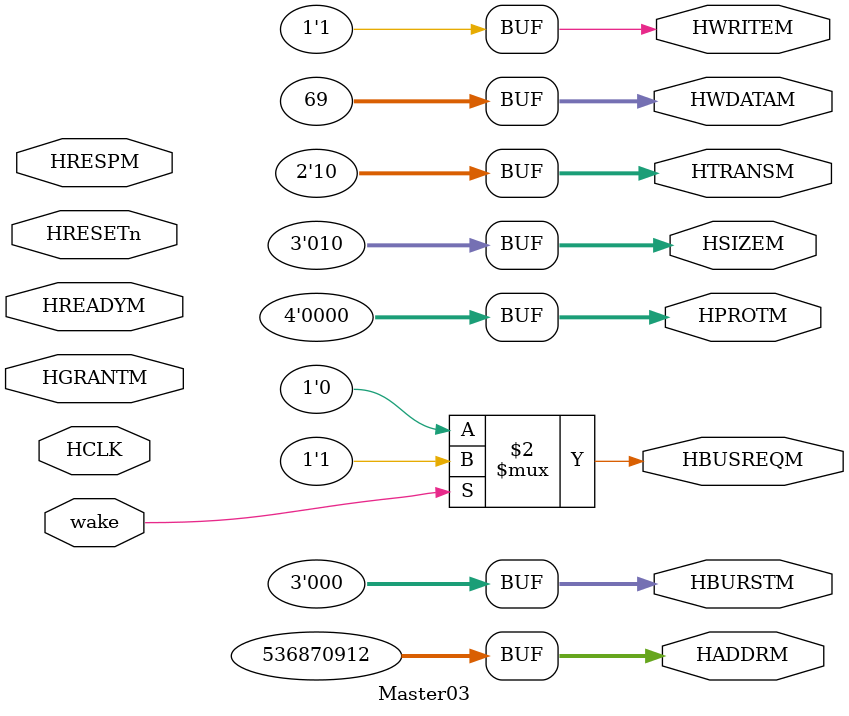
<source format=v>

module Master03  (HCLK, HRESETn,HREADYM,HRESPM,HGRANTM, HADDRM, HTRANSM, HWRITEM, HSIZEM, HBURSTM, HPROTM,
          HWDATAM, HBUSREQM,wake
          );

  // Signals used during normal operation 
  input     HCLK;
  input     HRESETn;

  // Signals from AMBA bus used during normal operation
  input         HREADYM;
  input  [1:0]  HRESPM;    //dont care
  input         HGRANTM;
  input  		wake ;

  // Signals to AMBA bus used during normal operation
  output[31:0] HADDRM;
  output [1:0] HTRANSM;
  output       HWRITEM;
  output [2:0] HSIZEM;
  output [2:0] HBURSTM;
  output [3:0] HPROTM;
  output[31:0] HWDATAM;
  output       HBUSREQM;

  
  //---------------------------------------------------------------------- 
  // Signal declarations
  //----------------------------------------------------------------------


  assign HBURSTM = 3'b000;  //SINGLE
  assign HSIZEM = 3'b010;  //WORD
  assign HWRITEM = 1'b1; 
  assign HADDRM = 32'h2000_0000;	 //Tube
  assign HTRANSM = 2'b10;  	// NONSEQ
  assign HBUSREQM = (wake==1'b1)?1'b1 : 1'b0 ;     
  assign HWDATAM = 32'h0000_0045;
  assign HPROTM = 4'b0000;

  
endmodule


</source>
